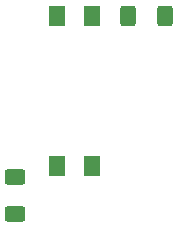
<source format=gbr>
%TF.GenerationSoftware,KiCad,Pcbnew,(6.0.10)*%
%TF.CreationDate,2023-04-08T13:34:01+03:00*%
%TF.ProjectId,DelSol_PSU,44656c53-6f6c-45f5-9053-552e6b696361,rev?*%
%TF.SameCoordinates,Original*%
%TF.FileFunction,Paste,Top*%
%TF.FilePolarity,Positive*%
%FSLAX46Y46*%
G04 Gerber Fmt 4.6, Leading zero omitted, Abs format (unit mm)*
G04 Created by KiCad (PCBNEW (6.0.10)) date 2023-04-08 13:34:01*
%MOMM*%
%LPD*%
G01*
G04 APERTURE LIST*
G04 Aperture macros list*
%AMRoundRect*
0 Rectangle with rounded corners*
0 $1 Rounding radius*
0 $2 $3 $4 $5 $6 $7 $8 $9 X,Y pos of 4 corners*
0 Add a 4 corners polygon primitive as box body*
4,1,4,$2,$3,$4,$5,$6,$7,$8,$9,$2,$3,0*
0 Add four circle primitives for the rounded corners*
1,1,$1+$1,$2,$3*
1,1,$1+$1,$4,$5*
1,1,$1+$1,$6,$7*
1,1,$1+$1,$8,$9*
0 Add four rect primitives between the rounded corners*
20,1,$1+$1,$2,$3,$4,$5,0*
20,1,$1+$1,$4,$5,$6,$7,0*
20,1,$1+$1,$6,$7,$8,$9,0*
20,1,$1+$1,$8,$9,$2,$3,0*%
G04 Aperture macros list end*
%ADD10RoundRect,0.250001X-0.462499X-0.624999X0.462499X-0.624999X0.462499X0.624999X-0.462499X0.624999X0*%
%ADD11RoundRect,0.250000X0.625000X-0.400000X0.625000X0.400000X-0.625000X0.400000X-0.625000X-0.400000X0*%
%ADD12RoundRect,0.250000X-0.400000X-0.625000X0.400000X-0.625000X0.400000X0.625000X-0.400000X0.625000X0*%
G04 APERTURE END LIST*
D10*
X128052500Y-55880000D03*
X131027500Y-55880000D03*
X128052500Y-68580000D03*
X131027500Y-68580000D03*
D11*
X124460000Y-72670000D03*
X124460000Y-69570000D03*
D12*
X134060000Y-55880000D03*
X137160000Y-55880000D03*
M02*

</source>
